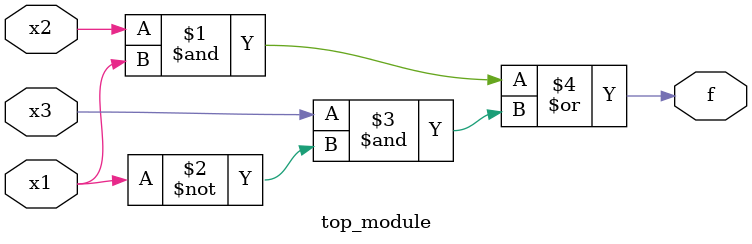
<source format=sv>
module top_module (
  input x3,
  input x2,
  input x1,
  output f
);

  assign f = (x2 & x1) | (x3 & ~x1);

endmodule

</source>
